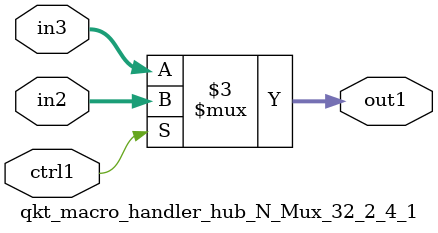
<source format=v>

`timescale 1ps / 1ps


module qkt_macro_handler_hub_N_Mux_32_2_4_1( in3, in2, ctrl1, out1 );

    input [31:0] in3;
    input [31:0] in2;
    input ctrl1;
    output [31:0] out1;
    reg [31:0] out1;

    
    // rtl_process:qkt_macro_handler_hub_N_Mux_32_2_4_1/qkt_macro_handler_hub_N_Mux_32_2_4_1_thread_1
    always @*
      begin : qkt_macro_handler_hub_N_Mux_32_2_4_1_thread_1
        case (ctrl1) 
          1'b1: 
            begin
              out1 = in2;
            end
          default: 
            begin
              out1 = in3;
            end
        endcase
      end

endmodule



</source>
